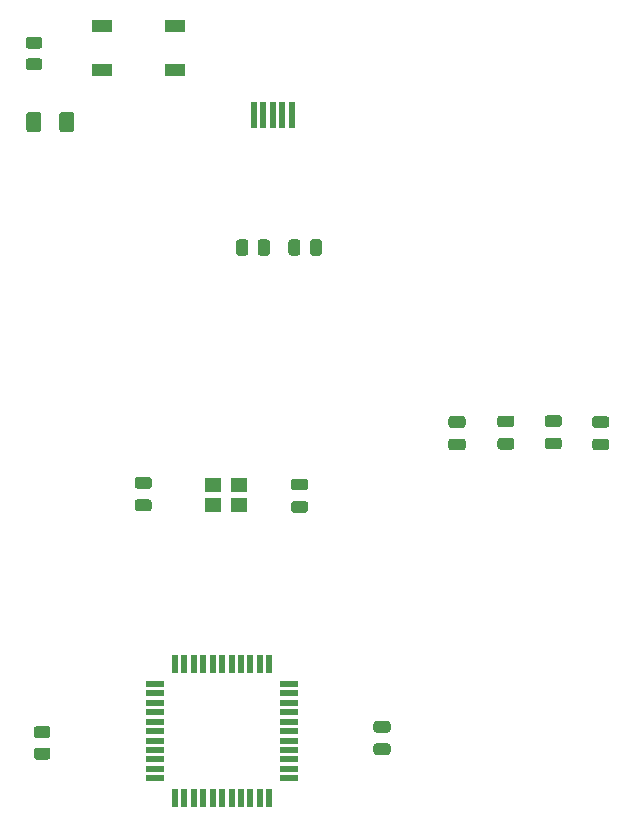
<source format=gbr>
%TF.GenerationSoftware,KiCad,Pcbnew,(5.1.10)-1*%
%TF.CreationDate,2021-06-20T00:30:46-07:00*%
%TF.ProjectId,HSC_Alice,4853435f-416c-4696-9365-2e6b69636164,rev?*%
%TF.SameCoordinates,Original*%
%TF.FileFunction,Paste,Top*%
%TF.FilePolarity,Positive*%
%FSLAX46Y46*%
G04 Gerber Fmt 4.6, Leading zero omitted, Abs format (unit mm)*
G04 Created by KiCad (PCBNEW (5.1.10)-1) date 2021-06-20 00:30:46*
%MOMM*%
%LPD*%
G01*
G04 APERTURE LIST*
%ADD10R,1.400000X1.200000*%
%ADD11R,0.500000X2.250000*%
%ADD12R,0.550000X1.500000*%
%ADD13R,1.500000X0.550000*%
%ADD14R,1.800000X1.100000*%
G04 APERTURE END LIST*
D10*
%TO.C,Y1*%
X-550324200Y-94298400D03*
X-548124200Y-94298400D03*
X-548124200Y-95998400D03*
X-550324200Y-95998400D03*
%TD*%
D11*
%TO.C,USB1*%
X-543687200Y-63021600D03*
X-544487200Y-63021600D03*
X-545287200Y-63021600D03*
X-546087200Y-63021600D03*
X-546887200Y-63021600D03*
%TD*%
D12*
%TO.C,U1*%
X-545579800Y-120863600D03*
X-546379800Y-120863600D03*
X-547179800Y-120863600D03*
X-547979800Y-120863600D03*
X-548779800Y-120863600D03*
X-549579800Y-120863600D03*
X-550379800Y-120863600D03*
X-551179800Y-120863600D03*
X-551979800Y-120863600D03*
X-552779800Y-120863600D03*
X-553579800Y-120863600D03*
D13*
X-555279800Y-119163600D03*
X-555279800Y-118363600D03*
X-555279800Y-117563600D03*
X-555279800Y-116763600D03*
X-555279800Y-115963600D03*
X-555279800Y-115163600D03*
X-555279800Y-114363600D03*
X-555279800Y-113563600D03*
X-555279800Y-112763600D03*
X-555279800Y-111963600D03*
X-555279800Y-111163600D03*
D12*
X-553579800Y-109463600D03*
X-552779800Y-109463600D03*
X-551979800Y-109463600D03*
X-551179800Y-109463600D03*
X-550379800Y-109463600D03*
X-549579800Y-109463600D03*
X-548779800Y-109463600D03*
X-547979800Y-109463600D03*
X-547179800Y-109463600D03*
X-546379800Y-109463600D03*
X-545579800Y-109463600D03*
D13*
X-543879800Y-111163600D03*
X-543879800Y-111963600D03*
X-543879800Y-112763600D03*
X-543879800Y-113563600D03*
X-543879800Y-114363600D03*
X-543879800Y-115163600D03*
X-543879800Y-115963600D03*
X-543879800Y-116763600D03*
X-543879800Y-117563600D03*
X-543879800Y-118363600D03*
X-543879800Y-119163600D03*
%TD*%
D14*
%TO.C,SW1*%
X-559791800Y-59203200D03*
X-553591800Y-55503200D03*
X-559791800Y-55503200D03*
X-553591800Y-59203200D03*
%TD*%
%TO.C,R4*%
G36*
G01*
X-565269801Y-116554200D02*
X-564369799Y-116554200D01*
G75*
G02*
X-564119800Y-116804199I0J-249999D01*
G01*
X-564119800Y-117329201D01*
G75*
G02*
X-564369799Y-117579200I-249999J0D01*
G01*
X-565269801Y-117579200D01*
G75*
G02*
X-565519800Y-117329201I0J249999D01*
G01*
X-565519800Y-116804199D01*
G75*
G02*
X-565269801Y-116554200I249999J0D01*
G01*
G37*
G36*
G01*
X-565269801Y-114729200D02*
X-564369799Y-114729200D01*
G75*
G02*
X-564119800Y-114979199I0J-249999D01*
G01*
X-564119800Y-115504201D01*
G75*
G02*
X-564369799Y-115754200I-249999J0D01*
G01*
X-565269801Y-115754200D01*
G75*
G02*
X-565519800Y-115504201I0J249999D01*
G01*
X-565519800Y-114979199D01*
G75*
G02*
X-565269801Y-114729200I249999J0D01*
G01*
G37*
%TD*%
%TO.C,R3*%
G36*
G01*
X-565055599Y-57385000D02*
X-565955601Y-57385000D01*
G75*
G02*
X-566205600Y-57135001I0J249999D01*
G01*
X-566205600Y-56609999D01*
G75*
G02*
X-565955601Y-56360000I249999J0D01*
G01*
X-565055599Y-56360000D01*
G75*
G02*
X-564805600Y-56609999I0J-249999D01*
G01*
X-564805600Y-57135001D01*
G75*
G02*
X-565055599Y-57385000I-249999J0D01*
G01*
G37*
G36*
G01*
X-565055599Y-59210000D02*
X-565955601Y-59210000D01*
G75*
G02*
X-566205600Y-58960001I0J249999D01*
G01*
X-566205600Y-58434999D01*
G75*
G02*
X-565955601Y-58185000I249999J0D01*
G01*
X-565055599Y-58185000D01*
G75*
G02*
X-564805600Y-58434999I0J-249999D01*
G01*
X-564805600Y-58960001D01*
G75*
G02*
X-565055599Y-59210000I-249999J0D01*
G01*
G37*
%TD*%
%TO.C,R2*%
G36*
G01*
X-547364400Y-73767799D02*
X-547364400Y-74667801D01*
G75*
G02*
X-547614399Y-74917800I-249999J0D01*
G01*
X-548139401Y-74917800D01*
G75*
G02*
X-548389400Y-74667801I0J249999D01*
G01*
X-548389400Y-73767799D01*
G75*
G02*
X-548139401Y-73517800I249999J0D01*
G01*
X-547614399Y-73517800D01*
G75*
G02*
X-547364400Y-73767799I0J-249999D01*
G01*
G37*
G36*
G01*
X-545539400Y-73767799D02*
X-545539400Y-74667801D01*
G75*
G02*
X-545789399Y-74917800I-249999J0D01*
G01*
X-546314401Y-74917800D01*
G75*
G02*
X-546564400Y-74667801I0J249999D01*
G01*
X-546564400Y-73767799D01*
G75*
G02*
X-546314401Y-73517800I249999J0D01*
G01*
X-545789399Y-73517800D01*
G75*
G02*
X-545539400Y-73767799I0J-249999D01*
G01*
G37*
%TD*%
%TO.C,R1*%
G36*
G01*
X-542954400Y-73767799D02*
X-542954400Y-74667801D01*
G75*
G02*
X-543204399Y-74917800I-249999J0D01*
G01*
X-543729401Y-74917800D01*
G75*
G02*
X-543979400Y-74667801I0J249999D01*
G01*
X-543979400Y-73767799D01*
G75*
G02*
X-543729401Y-73517800I249999J0D01*
G01*
X-543204399Y-73517800D01*
G75*
G02*
X-542954400Y-73767799I0J-249999D01*
G01*
G37*
G36*
G01*
X-541129400Y-73767799D02*
X-541129400Y-74667801D01*
G75*
G02*
X-541379399Y-74917800I-249999J0D01*
G01*
X-541904401Y-74917800D01*
G75*
G02*
X-542154400Y-74667801I0J249999D01*
G01*
X-542154400Y-73767799D01*
G75*
G02*
X-541904401Y-73517800I249999J0D01*
G01*
X-541379399Y-73517800D01*
G75*
G02*
X-541129400Y-73767799I0J-249999D01*
G01*
G37*
%TD*%
%TO.C,F1*%
G36*
G01*
X-563359000Y-64226600D02*
X-563359000Y-62976600D01*
G75*
G02*
X-563109000Y-62726600I250000J0D01*
G01*
X-562359000Y-62726600D01*
G75*
G02*
X-562109000Y-62976600I0J-250000D01*
G01*
X-562109000Y-64226600D01*
G75*
G02*
X-562359000Y-64476600I-250000J0D01*
G01*
X-563109000Y-64476600D01*
G75*
G02*
X-563359000Y-64226600I0J250000D01*
G01*
G37*
G36*
G01*
X-566159000Y-64226600D02*
X-566159000Y-62976600D01*
G75*
G02*
X-565909000Y-62726600I250000J0D01*
G01*
X-565159000Y-62726600D01*
G75*
G02*
X-564909000Y-62976600I0J-250000D01*
G01*
X-564909000Y-64226600D01*
G75*
G02*
X-565159000Y-64476600I-250000J0D01*
G01*
X-565909000Y-64476600D01*
G75*
G02*
X-566159000Y-64226600I0J250000D01*
G01*
G37*
%TD*%
%TO.C,C7*%
G36*
G01*
X-517050000Y-89491400D02*
X-518000000Y-89491400D01*
G75*
G02*
X-518250000Y-89241400I0J250000D01*
G01*
X-518250000Y-88741400D01*
G75*
G02*
X-518000000Y-88491400I250000J0D01*
G01*
X-517050000Y-88491400D01*
G75*
G02*
X-516800000Y-88741400I0J-250000D01*
G01*
X-516800000Y-89241400D01*
G75*
G02*
X-517050000Y-89491400I-250000J0D01*
G01*
G37*
G36*
G01*
X-517050000Y-91391400D02*
X-518000000Y-91391400D01*
G75*
G02*
X-518250000Y-91141400I0J250000D01*
G01*
X-518250000Y-90641400D01*
G75*
G02*
X-518000000Y-90391400I250000J0D01*
G01*
X-517050000Y-90391400D01*
G75*
G02*
X-516800000Y-90641400I0J-250000D01*
G01*
X-516800000Y-91141400D01*
G75*
G02*
X-517050000Y-91391400I-250000J0D01*
G01*
G37*
%TD*%
%TO.C,C6*%
G36*
G01*
X-521063200Y-89415200D02*
X-522013200Y-89415200D01*
G75*
G02*
X-522263200Y-89165200I0J250000D01*
G01*
X-522263200Y-88665200D01*
G75*
G02*
X-522013200Y-88415200I250000J0D01*
G01*
X-521063200Y-88415200D01*
G75*
G02*
X-520813200Y-88665200I0J-250000D01*
G01*
X-520813200Y-89165200D01*
G75*
G02*
X-521063200Y-89415200I-250000J0D01*
G01*
G37*
G36*
G01*
X-521063200Y-91315200D02*
X-522013200Y-91315200D01*
G75*
G02*
X-522263200Y-91065200I0J250000D01*
G01*
X-522263200Y-90565200D01*
G75*
G02*
X-522013200Y-90315200I250000J0D01*
G01*
X-521063200Y-90315200D01*
G75*
G02*
X-520813200Y-90565200I0J-250000D01*
G01*
X-520813200Y-91065200D01*
G75*
G02*
X-521063200Y-91315200I-250000J0D01*
G01*
G37*
%TD*%
%TO.C,C5*%
G36*
G01*
X-536516600Y-116197800D02*
X-535566600Y-116197800D01*
G75*
G02*
X-535316600Y-116447800I0J-250000D01*
G01*
X-535316600Y-116947800D01*
G75*
G02*
X-535566600Y-117197800I-250000J0D01*
G01*
X-536516600Y-117197800D01*
G75*
G02*
X-536766600Y-116947800I0J250000D01*
G01*
X-536766600Y-116447800D01*
G75*
G02*
X-536516600Y-116197800I250000J0D01*
G01*
G37*
G36*
G01*
X-536516600Y-114297800D02*
X-535566600Y-114297800D01*
G75*
G02*
X-535316600Y-114547800I0J-250000D01*
G01*
X-535316600Y-115047800D01*
G75*
G02*
X-535566600Y-115297800I-250000J0D01*
G01*
X-536516600Y-115297800D01*
G75*
G02*
X-536766600Y-115047800I0J250000D01*
G01*
X-536766600Y-114547800D01*
G75*
G02*
X-536516600Y-114297800I250000J0D01*
G01*
G37*
%TD*%
%TO.C,C4*%
G36*
G01*
X-525076400Y-89440600D02*
X-526026400Y-89440600D01*
G75*
G02*
X-526276400Y-89190600I0J250000D01*
G01*
X-526276400Y-88690600D01*
G75*
G02*
X-526026400Y-88440600I250000J0D01*
G01*
X-525076400Y-88440600D01*
G75*
G02*
X-524826400Y-88690600I0J-250000D01*
G01*
X-524826400Y-89190600D01*
G75*
G02*
X-525076400Y-89440600I-250000J0D01*
G01*
G37*
G36*
G01*
X-525076400Y-91340600D02*
X-526026400Y-91340600D01*
G75*
G02*
X-526276400Y-91090600I0J250000D01*
G01*
X-526276400Y-90590600D01*
G75*
G02*
X-526026400Y-90340600I250000J0D01*
G01*
X-525076400Y-90340600D01*
G75*
G02*
X-524826400Y-90590600I0J-250000D01*
G01*
X-524826400Y-91090600D01*
G75*
G02*
X-525076400Y-91340600I-250000J0D01*
G01*
G37*
%TD*%
%TO.C,C3*%
G36*
G01*
X-529216600Y-89491400D02*
X-530166600Y-89491400D01*
G75*
G02*
X-530416600Y-89241400I0J250000D01*
G01*
X-530416600Y-88741400D01*
G75*
G02*
X-530166600Y-88491400I250000J0D01*
G01*
X-529216600Y-88491400D01*
G75*
G02*
X-528966600Y-88741400I0J-250000D01*
G01*
X-528966600Y-89241400D01*
G75*
G02*
X-529216600Y-89491400I-250000J0D01*
G01*
G37*
G36*
G01*
X-529216600Y-91391400D02*
X-530166600Y-91391400D01*
G75*
G02*
X-530416600Y-91141400I0J250000D01*
G01*
X-530416600Y-90641400D01*
G75*
G02*
X-530166600Y-90391400I250000J0D01*
G01*
X-529216600Y-90391400D01*
G75*
G02*
X-528966600Y-90641400I0J-250000D01*
G01*
X-528966600Y-91141400D01*
G75*
G02*
X-529216600Y-91391400I-250000J0D01*
G01*
G37*
%TD*%
%TO.C,C2*%
G36*
G01*
X-543501600Y-95674600D02*
X-542551600Y-95674600D01*
G75*
G02*
X-542301600Y-95924600I0J-250000D01*
G01*
X-542301600Y-96424600D01*
G75*
G02*
X-542551600Y-96674600I-250000J0D01*
G01*
X-543501600Y-96674600D01*
G75*
G02*
X-543751600Y-96424600I0J250000D01*
G01*
X-543751600Y-95924600D01*
G75*
G02*
X-543501600Y-95674600I250000J0D01*
G01*
G37*
G36*
G01*
X-543501600Y-93774600D02*
X-542551600Y-93774600D01*
G75*
G02*
X-542301600Y-94024600I0J-250000D01*
G01*
X-542301600Y-94524600D01*
G75*
G02*
X-542551600Y-94774600I-250000J0D01*
G01*
X-543501600Y-94774600D01*
G75*
G02*
X-543751600Y-94524600I0J250000D01*
G01*
X-543751600Y-94024600D01*
G75*
G02*
X-543501600Y-93774600I250000J0D01*
G01*
G37*
%TD*%
%TO.C,C1*%
G36*
G01*
X-555785000Y-94647600D02*
X-556735000Y-94647600D01*
G75*
G02*
X-556985000Y-94397600I0J250000D01*
G01*
X-556985000Y-93897600D01*
G75*
G02*
X-556735000Y-93647600I250000J0D01*
G01*
X-555785000Y-93647600D01*
G75*
G02*
X-555535000Y-93897600I0J-250000D01*
G01*
X-555535000Y-94397600D01*
G75*
G02*
X-555785000Y-94647600I-250000J0D01*
G01*
G37*
G36*
G01*
X-555785000Y-96547600D02*
X-556735000Y-96547600D01*
G75*
G02*
X-556985000Y-96297600I0J250000D01*
G01*
X-556985000Y-95797600D01*
G75*
G02*
X-556735000Y-95547600I250000J0D01*
G01*
X-555785000Y-95547600D01*
G75*
G02*
X-555535000Y-95797600I0J-250000D01*
G01*
X-555535000Y-96297600D01*
G75*
G02*
X-555785000Y-96547600I-250000J0D01*
G01*
G37*
%TD*%
M02*

</source>
